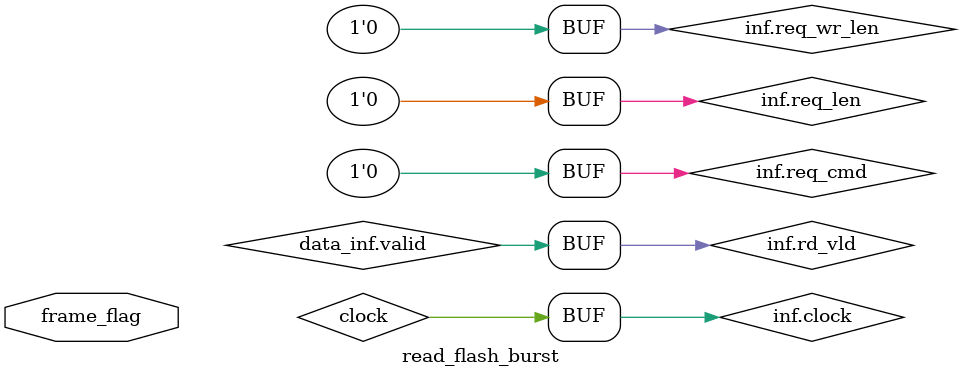
<source format=sv>
/**********************************************
______________                ______________
______________ \  /\  /|\  /| ______________
______________  \/  \/ | \/ | ______________
descript:
author : Young
Version:
creaded: 2016/9/28 下午5:20:16
madified:
***********************************************/
`timescale 1ns/1ns
module read_flash_burst #(
    parameter SSIZE     = 1,
    parameter DSIZE     = 8,
    parameter READ_MEM_CMD_X4 = 8'h6B,
    parameter READ_MEM_CMD_X1 = 8'h03
)(
    spi_req_inf.master  inf,
    data_inf.master     data_inf,
    input               frame_flag
);
localparam  WR_NUM  = 9;

wire    clock;
wire    rst_n;
assign  clock = inf.clock;
assign  rst_n = inf.rst_n;
//--->> STATE CORE <<--------------
typedef enum {IDLE,EX_REQ,REQ_EXEC,REQ_FSH} REQ_STATE;
REQ_STATE nstate,cstate;

always@(posedge clock,negedge rst_n)
    if(~rst_n)  cstate  <= IDLE;
    else        cstate  <= nstate;


always@(*)
    case(cstate)
    IDLE:
        if(frame_flag)
                nstate  = EX_REQ;
        else    nstate  = IDLE;
    EX_REQ:
        if(inf.busy)
                nstate  = REQ_EXEC;
        else    nstate  = EX_REQ;
    REQ_EXEC:
        if(~inf.busy)
                nstate  = REQ_FSH;
        else    nstate  = REQ_EXEC;
    REQ_FSH:    nstate  = IDLE;
    default:    nstate  = IDLE;
    endcase

reg     busy,finish;

always@(posedge clock,negedge rst_n)
    if(~rst_n)  busy    <= 1'b1;
    else
        case(nstate)
        EX_REQ,REQ_EXEC:
                busy    <= 1'b1;
        default:busy    <= 1'b0;
        endcase

always@(posedge clock,negedge rst_n)
    if(~rst_n)  finish    <= 1'b1;
    else
        case(nstate)
        REQ_FSH:
                finish    <= 1'b1;
        default:finish    <= 1'b0;
        endcase

//---<< STATE CORE >>--------------
always@(posedge clock,negedge rst_n)
    if(~rst_n)  inf.request <= 1'b0;
    else
        case(nstate)
        EX_REQ: inf.request <= 1'b1;
        default:inf.request <= 1'b0;
        endcase

// always@(posedge clock,negedge rst_n)
//     if(~rst_n)  inf.req_len <= 24'd0;
//     else
//         case(nstate)
//         EX_REQ: inf.req_len <= (BURST_LEN+1+3)*8;
//         default:inf.req_len <= 24'd0;
//         endcase
assign inf.req_len      = (256+WR_NUM)*8/SSIZE;
assign inf.req_wr_len   =  4*8/SSIZE;

reg             wr_data_flag;

always@(posedge clock,negedge rst_n)begin
    if(~rst_n)  wr_data_flag    <= 1'b0;
    else
        case(nstate)
        REQ_EXEC:
                wr_data_flag    <= 1'b1;
        default:wr_data_flag    <= 1'b0;
        endcase
end

typedef enum {DIDLE,SEND_CMD,SEND_ADDR0,SEND_ADDR1,SEND_ADDR2,GET_DATA,SEND_FSH} DATA_STATE;

DATA_STATE  dcstate,dnstate;

always@(posedge clock,negedge rst_n)
    if(~rst_n)  dcstate <= DIDLE;
    else        dcstate <= dnstate;

always@(*)
    case(dcstate)
    DIDLE:
        if(wr_data_flag)
                dnstate = SEND_CMD;
        else    dnstate = DIDLE;
    SEND_CMD:
        if(inf.wr_ready && inf.clk_en)
                dnstate = SEND_ADDR0;
        else    dnstate = SEND_CMD;
    SEND_ADDR0:
        if(inf.wr_ready && inf.clk_en)
                dnstate = SEND_ADDR1;
        else    dnstate = SEND_ADDR0;
    SEND_ADDR1:
        if(inf.wr_ready && inf.clk_en)
                dnstate = SEND_ADDR2;
        else    dnstate = SEND_ADDR1;
    SEND_ADDR2:
        if(inf.wr_ready && inf.clk_en)
                dnstate = GET_DATA;
        else    dnstate = SEND_ADDR2;
    GET_DATA:
        if(~wr_data_flag)
                dnstate = SEND_FSH;
        else    dnstate = GET_DATA;
    SEND_FSH:   dnstate = DIDLE;
    default:    dnstate = DIDLE;
    endcase

reg                 curr_vld;
reg [DSIZE-1:0]     curr_data;


always@(posedge clock,negedge rst_n)
    if(~rst_n)  curr_vld  <= 1'b0;
    else
        case(dnstate)
        SEND_CMD,SEND_ADDR0,SEND_ADDR1,SEND_ADDR2:
            curr_vld    <= 1'b1;
        GET_DATA:begin
            curr_vld   <= 1'b0;
        end
        default: curr_vld   <= 1'b0;
        endcase

assign inf.wr_vld         = curr_vld;

always@(posedge clock,negedge rst_n)
    if(~rst_n)  curr_data  <= {DSIZE{1'b0}};
    else
        case(dnstate)
        SEND_CMD:   curr_data   <= (SSIZE==1)? READ_MEM_CMD_X1 : READ_MEM_CMD_X4;
        SEND_ADDR0: curr_data   <= 8'd0;
        SEND_ADDR1: curr_data   <= 8'd0;
        SEND_ADDR2: curr_data   <= 8'd0;
        GET_DATA:begin
                    curr_data   <= {DSIZE{1'b0}};
        end
        default: curr_data   <= {DSIZE{1'b0}};
        endcase

assign inf.wr_data = curr_data;

assign data_inf.valid   = inf.rd_vld;
assign data_inf.data    = inf.rd_data;
assign inf.rd_ready     = data_inf.ready;
assign inf.req_cmd      = 3'b010;

//--->> DATA OUT <<---------------------
/*
reg     mark;
always@(posedge clock,negedge rst_n)begin:MARK_BLOCK
reg [3:0]   cnt;
    if(~rst_n)begin
        mark    <= 1'b0;
        cnt     <= 4'd0;
    end else begin
        case(dnstate)
        SEND_CMD:begin
            mark    <= 1'b1;
            cnt     <= 4'd0;
        end
        GET_DATA:begin
            if(cnt == WR_NUM)
                    cnt     <= cnt;
            else    cnt     <= cnt + (inf.clk_en&&inf.rd_vld);

            if(cnt == WR_NUM)
                    mark    <= 1'b0;
            else if(cnt == (WR_NUM-1) && inf.clk_en)
                    mark    <= 1'b0;
            else    mark    <= mark;
        end
        default:begin
            cnt     <= 4'd0;
            mark    <= mark;
        end
        endcase
end end

always@(posedge clock,negedge rst_n)
    if(~rst_n)  data_inf.valid  <= 1'b0;
    else begin
        if(inf.clk_en)begin
            if(!mark)begin
                case({inf.rd_vld,data_inf.valid,data_inf.ready})
                3'b000: data_inf.valid    = 1'b0;
                3'b001: data_inf.valid    = 1'b0;
                3'b010: data_inf.valid    = 1'b1;
                3'b011: data_inf.valid    = 1'b0;
                3'b100: data_inf.valid    = 1'b1;
                3'b101: data_inf.valid    = 1'b1;
                3'b110: data_inf.valid    = 1'b1;
                3'b111: data_inf.valid    = 1'b1;
                default:data_inf.valid    = 1'b0;
                endcase
            end else    data_inf.valid  <= 1'b0;
        end else    data_inf.valid  <= data_inf.valid;
    end

always@(posedge clock,negedge rst_n)
    if(~rst_n)  data_inf.data  <= 1'b0;
    else begin
        if(inf.clk_en)begin
            if(!mark)begin
                case({inf.rd_vld,data_inf.valid,data_inf.ready})
                3'b000: data_inf.data    = data_inf.data;
                3'b001: data_inf.data    = data_inf.data;
                3'b010: data_inf.data    = data_inf.data;
                3'b011: data_inf.data    = data_inf.data;
                3'b100: data_inf.data    = inf.rd_data;
                3'b101: data_inf.data    = inf.rd_data;
                3'b110: data_inf.data    = data_inf.data;
                3'b111: data_inf.data    = inf.rd_data;
                default:data_inf.data    = data_inf.data;
                endcase
            end else    data_inf.data  <= {DSIZE{1'b0}};
        end else    data_inf.data  <= data_inf.data;
    end

always@(posedge clock,negedge rst_n)
    if(~rst_n)  inf.rd_ready  <= 1'b0;
    else begin
        if(inf.clk_en)begin
            if(!mark)
                    inf.rd_ready    <= data_inf.ready;
            else    inf.rd_ready    <= 1'b1;
        end else    inf.rd_ready    <= inf.rd_ready;
    end
*/
//---<< DATA OUT >>---------------------
endmodule

</source>
